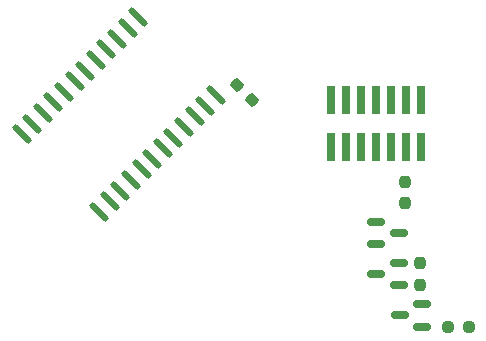
<source format=gbr>
%TF.GenerationSoftware,KiCad,Pcbnew,8.0.5*%
%TF.CreationDate,2025-04-26T14:04:23+02:00*%
%TF.ProjectId,vlvts_top,766c7674-735f-4746-9f70-2e6b69636164,rev?*%
%TF.SameCoordinates,Original*%
%TF.FileFunction,Paste,Top*%
%TF.FilePolarity,Positive*%
%FSLAX46Y46*%
G04 Gerber Fmt 4.6, Leading zero omitted, Abs format (unit mm)*
G04 Created by KiCad (PCBNEW 8.0.5) date 2025-04-26 14:04:23*
%MOMM*%
%LPD*%
G01*
G04 APERTURE LIST*
G04 Aperture macros list*
%AMRoundRect*
0 Rectangle with rounded corners*
0 $1 Rounding radius*
0 $2 $3 $4 $5 $6 $7 $8 $9 X,Y pos of 4 corners*
0 Add a 4 corners polygon primitive as box body*
4,1,4,$2,$3,$4,$5,$6,$7,$8,$9,$2,$3,0*
0 Add four circle primitives for the rounded corners*
1,1,$1+$1,$2,$3*
1,1,$1+$1,$4,$5*
1,1,$1+$1,$6,$7*
1,1,$1+$1,$8,$9*
0 Add four rect primitives between the rounded corners*
20,1,$1+$1,$2,$3,$4,$5,0*
20,1,$1+$1,$4,$5,$6,$7,0*
20,1,$1+$1,$6,$7,$8,$9,0*
20,1,$1+$1,$8,$9,$2,$3,0*%
G04 Aperture macros list end*
%ADD10RoundRect,0.237500X-0.237500X0.250000X-0.237500X-0.250000X0.237500X-0.250000X0.237500X0.250000X0*%
%ADD11RoundRect,0.237500X0.344715X-0.008839X-0.008839X0.344715X-0.344715X0.008839X0.008839X-0.344715X0*%
%ADD12RoundRect,0.150000X0.587500X0.150000X-0.587500X0.150000X-0.587500X-0.150000X0.587500X-0.150000X0*%
%ADD13RoundRect,0.237500X0.250000X0.237500X-0.250000X0.237500X-0.250000X-0.237500X0.250000X-0.237500X0*%
%ADD14RoundRect,0.137500X-0.707107X0.512652X0.512652X-0.707107X0.707107X-0.512652X-0.512652X0.707107X0*%
%ADD15R,0.740000X2.400000*%
%ADD16RoundRect,0.150000X-0.587500X-0.150000X0.587500X-0.150000X0.587500X0.150000X-0.587500X0.150000X0*%
G04 APERTURE END LIST*
D10*
%TO.C,R3*%
X94750000Y-101837500D03*
X94750000Y-103662500D03*
%TD*%
D11*
%TO.C,R2*%
X80540470Y-88040470D03*
X79250000Y-86750000D03*
%TD*%
D12*
%TO.C,Q3*%
X94937500Y-107200000D03*
X94937500Y-105300000D03*
X93062500Y-106250000D03*
%TD*%
D10*
%TO.C,R4*%
X93500000Y-94925000D03*
X93500000Y-96750000D03*
%TD*%
D12*
%TO.C,Q1*%
X92937500Y-103700000D03*
X92937500Y-101800000D03*
X91062500Y-102750000D03*
%TD*%
D13*
%TO.C,R5*%
X98912500Y-107250000D03*
X97087500Y-107250000D03*
%TD*%
D14*
%TO.C,U5*%
X70901094Y-81022813D03*
X70003069Y-81920838D03*
X69105043Y-82818864D03*
X68207017Y-83716889D03*
X67308992Y-84614915D03*
X66410966Y-85512941D03*
X65512941Y-86410966D03*
X64614915Y-87308992D03*
X63716889Y-88207017D03*
X62818864Y-89105043D03*
X61920838Y-90003069D03*
X61022813Y-90901094D03*
X67598906Y-97477187D03*
X68496931Y-96579162D03*
X69394957Y-95681136D03*
X70292983Y-94783111D03*
X71191008Y-93885085D03*
X72089034Y-92987059D03*
X72987059Y-92089034D03*
X73885085Y-91191008D03*
X74783111Y-90292983D03*
X75681136Y-89394957D03*
X76579162Y-88496931D03*
X77477187Y-87598906D03*
%TD*%
D15*
%TO.C,J2*%
X87190000Y-91950000D03*
X87190000Y-88050000D03*
X88460000Y-91950000D03*
X88460000Y-88050000D03*
X89730000Y-91950000D03*
X89730000Y-88050000D03*
X91000000Y-91950000D03*
X91000000Y-88050000D03*
X92270000Y-91950000D03*
X92270000Y-88050000D03*
X93540000Y-91950000D03*
X93540000Y-88050000D03*
X94810000Y-91950000D03*
X94810000Y-88050000D03*
%TD*%
D16*
%TO.C,Q2*%
X91062500Y-98300000D03*
X91062500Y-100200000D03*
X92937500Y-99250000D03*
%TD*%
M02*

</source>
